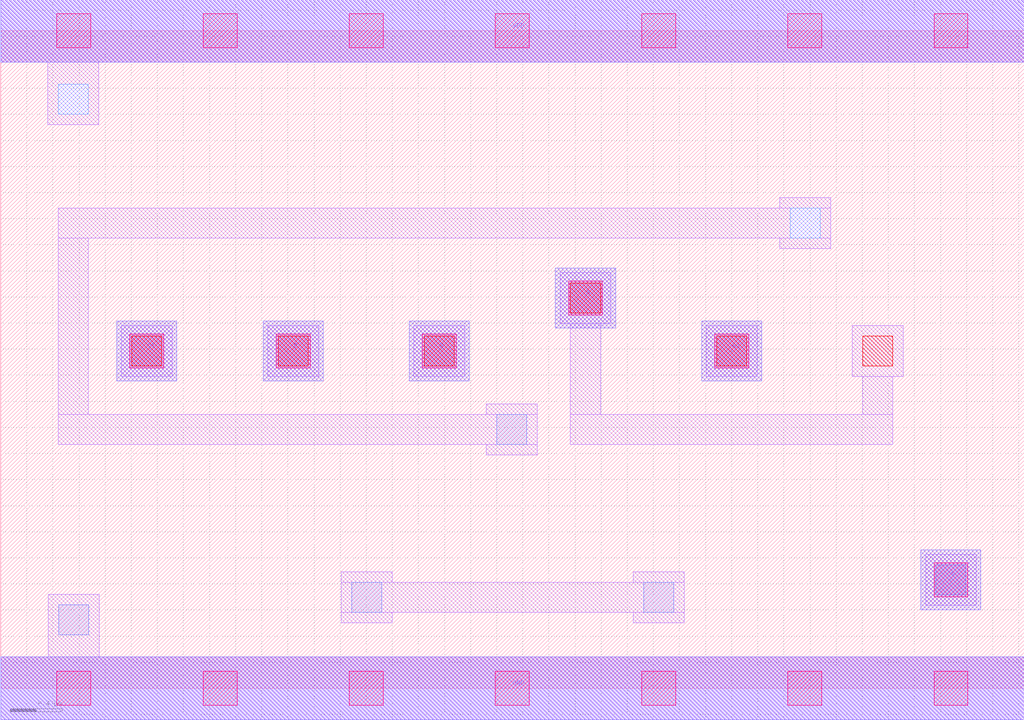
<source format=lef>
MACRO AOAI212
 CLASS CORE ;
 FOREIGN AOAI212 0 0 ;
 SIZE 7.84 BY 5.04 ;
 ORIGIN 0 0 ;
 SYMMETRY X Y R90 ;
 SITE unit ;
  PIN VDD
   DIRECTION INOUT ;
   USE POWER ;
   SHAPE ABUTMENT ;
    PORT
     CLASS CORE ;
       LAYER met1 ;
        RECT 0.00000000 4.80000000 7.84000000 5.28000000 ;
       LAYER met2 ;
        RECT 0.00000000 4.80000000 7.84000000 5.28000000 ;
    END
  END VDD

  PIN GND
   DIRECTION INOUT ;
   USE POWER ;
   SHAPE ABUTMENT ;
    PORT
     CLASS CORE ;
       LAYER met1 ;
        RECT 0.00000000 -0.24000000 7.84000000 0.24000000 ;
       LAYER met2 ;
        RECT 0.00000000 -0.24000000 7.84000000 0.24000000 ;
    END
  END GND

  PIN Y
   DIRECTION INOUT ;
   USE SIGNAL ;
   SHAPE ABUTMENT ;
    PORT
     CLASS CORE ;
       LAYER met2 ;
        RECT 7.05000000 0.60200000 7.51000000 1.06200000 ;
    END
  END Y

  PIN B
   DIRECTION INOUT ;
   USE SIGNAL ;
   SHAPE ABUTMENT ;
    PORT
     CLASS CORE ;
       LAYER met2 ;
        RECT 3.13000000 2.35700000 3.59000000 2.81700000 ;
    END
  END B

  PIN A1
   DIRECTION INOUT ;
   USE SIGNAL ;
   SHAPE ABUTMENT ;
    PORT
     CLASS CORE ;
       LAYER met2 ;
        RECT 5.37000000 2.35700000 5.83000000 2.81700000 ;
    END
  END A1

  PIN C
   DIRECTION INOUT ;
   USE SIGNAL ;
   SHAPE ABUTMENT ;
    PORT
     CLASS CORE ;
       LAYER met2 ;
        RECT 2.01000000 2.35700000 2.47000000 2.81700000 ;
    END
  END C

  PIN A
   DIRECTION INOUT ;
   USE SIGNAL ;
   SHAPE ABUTMENT ;
    PORT
     CLASS CORE ;
       LAYER met2 ;
        RECT 4.25000000 2.76200000 4.71000000 3.22200000 ;
    END
  END A

  PIN C1
   DIRECTION INOUT ;
   USE SIGNAL ;
   SHAPE ABUTMENT ;
    PORT
     CLASS CORE ;
       LAYER met2 ;
        RECT 0.89000000 2.35700000 1.35000000 2.81700000 ;
    END
  END C1

 OBS
    LAYER polycont ;
     RECT 1.00500000 2.47200000 1.23500000 2.70200000 ;
     RECT 2.12500000 2.47200000 2.35500000 2.70200000 ;
     RECT 3.24500000 2.47200000 3.47500000 2.70200000 ;
     RECT 5.48500000 2.47200000 5.71500000 2.70200000 ;
     RECT 6.60500000 2.47200000 6.83500000 2.70200000 ;
     RECT 4.36500000 2.87700000 4.59500000 3.10700000 ;

    LAYER pdiffc ;
     RECT 6.05000000 3.45000000 6.28000000 3.68000000 ;
     RECT 0.44000000 4.40000000 0.67000000 4.63000000 ;

    LAYER ndiffc ;
     RECT 0.44500000 0.41000000 0.67500000 0.64000000 ;
     RECT 2.69000000 0.58200000 2.92000000 0.81200000 ;
     RECT 4.92500000 0.58200000 5.15500000 0.81200000 ;
     RECT 7.16500000 0.71700000 7.39500000 0.94700000 ;
     RECT 3.80000000 1.87000000 4.03000000 2.10000000 ;

    LAYER met1 ;
     RECT 0.00000000 -0.24000000 7.84000000 0.24000000 ;
     RECT 0.36500000 0.24000000 0.75500000 0.72000000 ;
     RECT 2.61000000 0.50200000 3.00000000 0.58200000 ;
     RECT 4.84500000 0.50200000 5.23500000 0.58200000 ;
     RECT 2.61000000 0.58200000 5.23500000 0.81200000 ;
     RECT 2.61000000 0.81200000 3.00000000 0.89200000 ;
     RECT 4.84500000 0.81200000 5.23500000 0.89200000 ;
     RECT 7.08500000 0.63700000 7.47500000 1.02700000 ;
     RECT 0.92500000 2.39200000 1.31500000 2.78200000 ;
     RECT 2.04500000 2.39200000 2.43500000 2.78200000 ;
     RECT 3.16500000 2.39200000 3.55500000 2.78200000 ;
     RECT 5.40500000 2.39200000 5.79500000 2.78200000 ;
     RECT 4.36500000 1.87000000 6.83500000 2.10000000 ;
     RECT 6.60500000 2.10000000 6.83500000 2.39200000 ;
     RECT 6.52500000 2.39200000 6.91500000 2.78200000 ;
     RECT 4.36500000 2.10000000 4.59500000 2.79700000 ;
     RECT 4.28500000 2.79700000 4.67500000 3.18700000 ;
     RECT 3.72000000 1.79000000 4.11000000 1.87000000 ;
     RECT 0.44000000 1.87000000 4.11000000 2.10000000 ;
     RECT 3.72000000 2.10000000 4.11000000 2.18000000 ;
     RECT 0.44000000 2.10000000 0.67000000 3.45000000 ;
     RECT 5.97000000 3.37000000 6.36000000 3.45000000 ;
     RECT 0.44000000 3.45000000 6.36000000 3.68000000 ;
     RECT 5.97000000 3.68000000 6.36000000 3.76000000 ;
     RECT 0.36000000 4.32000000 0.75000000 4.80000000 ;
     RECT 0.00000000 4.80000000 7.84000000 5.28000000 ;

    LAYER via1 ;
     RECT 0.43000000 -0.13000000 0.69000000 0.13000000 ;
     RECT 1.55000000 -0.13000000 1.81000000 0.13000000 ;
     RECT 2.67000000 -0.13000000 2.93000000 0.13000000 ;
     RECT 3.79000000 -0.13000000 4.05000000 0.13000000 ;
     RECT 4.91000000 -0.13000000 5.17000000 0.13000000 ;
     RECT 6.03000000 -0.13000000 6.29000000 0.13000000 ;
     RECT 7.15000000 -0.13000000 7.41000000 0.13000000 ;
     RECT 7.15000000 0.70200000 7.41000000 0.96200000 ;
     RECT 0.99000000 2.45700000 1.25000000 2.71700000 ;
     RECT 2.11000000 2.45700000 2.37000000 2.71700000 ;
     RECT 3.23000000 2.45700000 3.49000000 2.71700000 ;
     RECT 5.47000000 2.45700000 5.73000000 2.71700000 ;
     RECT 4.35000000 2.86200000 4.61000000 3.12200000 ;
     RECT 0.43000000 4.91000000 0.69000000 5.17000000 ;
     RECT 1.55000000 4.91000000 1.81000000 5.17000000 ;
     RECT 2.67000000 4.91000000 2.93000000 5.17000000 ;
     RECT 3.79000000 4.91000000 4.05000000 5.17000000 ;
     RECT 4.91000000 4.91000000 5.17000000 5.17000000 ;
     RECT 6.03000000 4.91000000 6.29000000 5.17000000 ;
     RECT 7.15000000 4.91000000 7.41000000 5.17000000 ;

    LAYER met2 ;
     RECT 0.00000000 -0.24000000 7.84000000 0.24000000 ;
     RECT 7.05000000 0.60200000 7.51000000 1.06200000 ;
     RECT 0.89000000 2.35700000 1.35000000 2.81700000 ;
     RECT 2.01000000 2.35700000 2.47000000 2.81700000 ;
     RECT 3.13000000 2.35700000 3.59000000 2.81700000 ;
     RECT 5.37000000 2.35700000 5.83000000 2.81700000 ;
     RECT 4.25000000 2.76200000 4.71000000 3.22200000 ;
     RECT 0.00000000 4.80000000 7.84000000 5.28000000 ;

 END
END AOAI212

</source>
